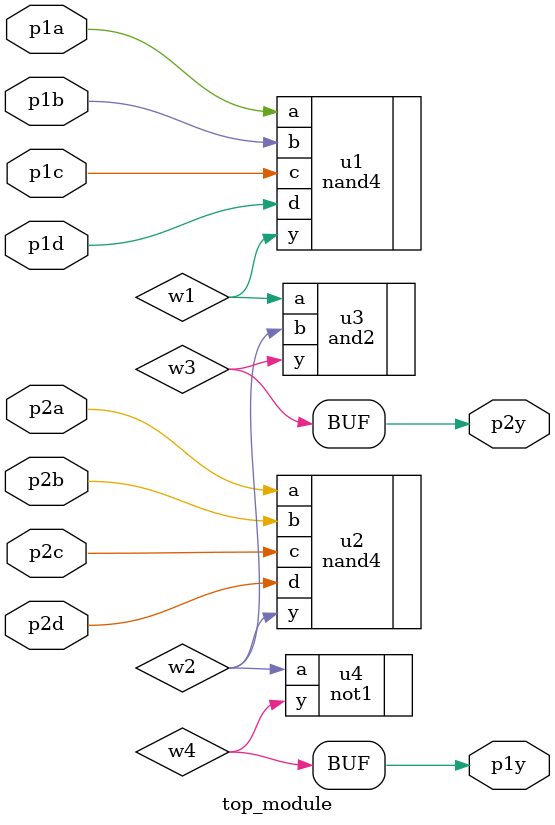
<source format=sv>
module top_module(
	input p1a, 
	input p1b, 
	input p1c, 
	input p1d, 
	output p1y, 
	input p2a, 
	input p2b, 
	input p2c, 
	input p2d, 
	output p2y
);

	// Internal wires
	wire w1, w2, w3, w4;

	// 4-input NAND gates
	nand4 u1(
		.a(p1a), 
		.b(p1b), 
		.c(p1c), 
		.d(p1d), 
		.y(w1)
	);

	nand4 u2(
		.a(p2a), 
		.b(p2b), 
		.c(p2c), 
		.d(p2d), 
		.y(w2)
	);

	// Additional logic
	and2 u3(
		.a(w1), 
		.b(w2), 
		.y(w3)
	);

	not1 u4(
		.a(w2), 
		.y(w4)
	);

	// Output connections
	assign p1y = w4;
	assign p2y = w3;

endmodule

</source>
